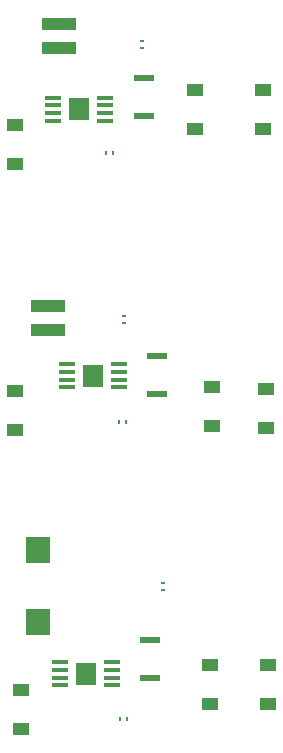
<source format=gbr>
%TF.GenerationSoftware,KiCad,Pcbnew,7.0.8*%
%TF.CreationDate,2023-12-07T00:58:29-06:00*%
%TF.ProjectId,Capst_Power_Controller,43617073-745f-4506-9f77-65725f436f6e,rev?*%
%TF.SameCoordinates,Original*%
%TF.FileFunction,Paste,Top*%
%TF.FilePolarity,Positive*%
%FSLAX46Y46*%
G04 Gerber Fmt 4.6, Leading zero omitted, Abs format (unit mm)*
G04 Created by KiCad (PCBNEW 7.0.8) date 2023-12-07 00:58:29*
%MOMM*%
%LPD*%
G01*
G04 APERTURE LIST*
%ADD10R,1.350000X1.100000*%
%ADD11R,1.425000X0.450000*%
%ADD12R,1.680000X1.880000*%
%ADD13R,2.900000X1.000000*%
%ADD14R,1.820000X0.620000*%
%ADD15R,0.300000X0.250000*%
%ADD16R,0.250000X0.300000*%
%ADD17R,0.275000X0.300000*%
%ADD18R,2.050000X2.200000*%
G04 APERTURE END LIST*
D10*
%TO.C,C1*%
X116609400Y-71528400D03*
X116609400Y-74828400D03*
%TD*%
%TO.C,C11*%
X117066600Y-119356600D03*
X117066600Y-122656600D03*
%TD*%
D11*
%TO.C,IC3*%
X120394000Y-117055600D03*
X120394000Y-117705600D03*
X120394000Y-118355600D03*
X120394000Y-119005600D03*
X124818000Y-119005600D03*
X124818000Y-118355600D03*
X124818000Y-117705600D03*
X124818000Y-117055600D03*
D12*
X122606000Y-118030600D03*
%TD*%
D13*
%TO.C,L2*%
X119405400Y-88872600D03*
X119405400Y-86842600D03*
%TD*%
D14*
%TO.C,C12*%
X128014000Y-118365800D03*
X128014000Y-115165800D03*
%TD*%
D11*
%TO.C,IC2*%
X121005600Y-91821000D03*
X121005600Y-92471000D03*
X121005600Y-93121000D03*
X121005600Y-93771000D03*
X125429600Y-93771000D03*
X125429600Y-93121000D03*
X125429600Y-92471000D03*
X125429600Y-91821000D03*
D12*
X123217600Y-92796000D03*
%TD*%
D10*
%TO.C,C2*%
X131798600Y-68607400D03*
X131798600Y-71907400D03*
%TD*%
D15*
%TO.C,R3*%
X125806200Y-87706200D03*
X125806200Y-88306200D03*
%TD*%
D16*
%TO.C,R4*%
X125958600Y-96723200D03*
X125358600Y-96723200D03*
%TD*%
D17*
%TO.C,R6*%
X125474000Y-121845800D03*
X126100000Y-121845800D03*
%TD*%
D15*
%TO.C,R1*%
X127328200Y-64476800D03*
X127328200Y-65076800D03*
%TD*%
D10*
%TO.C,C5*%
X137795000Y-93877400D03*
X137795000Y-97177400D03*
%TD*%
D11*
%TO.C,IC1*%
X119807600Y-69226800D03*
X119807600Y-69876800D03*
X119807600Y-70526800D03*
X119807600Y-71176800D03*
X124231600Y-71176800D03*
X124231600Y-70526800D03*
X124231600Y-69876800D03*
X124231600Y-69226800D03*
D12*
X122019600Y-70201800D03*
%TD*%
D13*
%TO.C,L1*%
X120292400Y-64999600D03*
X120292400Y-62969600D03*
%TD*%
D10*
%TO.C,C10*%
X133094000Y-117299200D03*
X133094000Y-120599200D03*
%TD*%
D15*
%TO.C,R5*%
X129106200Y-110365000D03*
X129106200Y-110965000D03*
%TD*%
D10*
%TO.C,C7*%
X116560600Y-94109000D03*
X116560600Y-97409000D03*
%TD*%
%TO.C,C6*%
X133273800Y-93776800D03*
X133273800Y-97076800D03*
%TD*%
D14*
%TO.C,C4*%
X127480600Y-70817000D03*
X127480600Y-67617000D03*
%TD*%
D10*
%TO.C,C9*%
X138047000Y-117299200D03*
X138047000Y-120599200D03*
%TD*%
D14*
%TO.C,C8*%
X128574800Y-94309800D03*
X128574800Y-91109800D03*
%TD*%
D10*
%TO.C,C3*%
X137589800Y-68632800D03*
X137589800Y-71932800D03*
%TD*%
D16*
%TO.C,R2*%
X124915200Y-73966800D03*
X124315200Y-73966800D03*
%TD*%
D18*
%TO.C,L3*%
X118514400Y-113620200D03*
X118514400Y-107520200D03*
%TD*%
M02*

</source>
